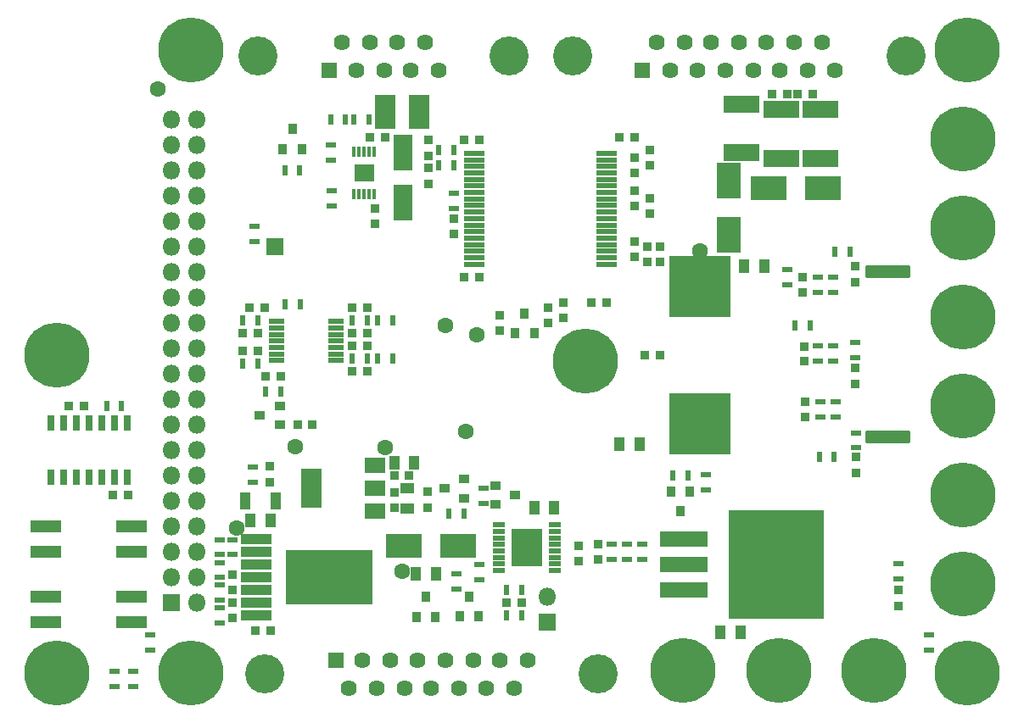
<source format=gts>
G04 #@! TF.FileFunction,Soldermask,Top*
%FSLAX46Y46*%
G04 Gerber Fmt 4.6, Leading zero omitted, Abs format (unit mm)*
G04 Created by KiCad (PCBNEW 4.0.6) date Fri Jul 21 15:59:53 2017*
%MOMM*%
%LPD*%
G01*
G04 APERTURE LIST*
%ADD10C,0.100000*%
%ADD11R,1.100000X1.350000*%
%ADD12R,1.100000X1.700000*%
%ADD13R,0.900000X0.850000*%
%ADD14R,0.850000X0.900000*%
%ADD15R,1.350000X1.100000*%
%ADD16R,0.900000X0.900000*%
%ADD17R,3.600000X2.400000*%
%ADD18R,2.400000X3.600000*%
%ADD19R,0.900000X1.000000*%
%ADD20R,1.900000X3.600000*%
%ADD21R,1.800000X1.800000*%
%ADD22O,1.800000X1.800000*%
%ADD23C,6.500000*%
%ADD24C,0.700000*%
%ADD25R,3.600000X1.700000*%
%ADD26R,4.700000X1.490000*%
%ADD27R,9.500000X10.900000*%
%ADD28R,1.000000X0.900000*%
%ADD29R,1.000000X0.600000*%
%ADD30R,0.600000X1.000000*%
%ADD31R,3.160000X0.990000*%
%ADD32R,8.640000X5.450000*%
%ADD33R,2.100000X0.550000*%
%ADD34R,1.150000X0.550000*%
%ADD35R,1.570000X0.995000*%
%ADD36R,0.700000X1.600000*%
%ADD37R,0.405000X0.990000*%
%ADD38R,1.040000X0.940000*%
%ADD39R,1.550000X0.550000*%
%ADD40R,6.100000X6.100000*%
%ADD41R,2.100000X3.500000*%
%ADD42R,2.100000X3.900000*%
%ADD43R,2.100000X1.600000*%
%ADD44R,3.100000X1.300000*%
%ADD45C,3.910000*%
%ADD46R,1.620000X1.620000*%
%ADD47C,1.620000*%
%ADD48C,1.600000*%
%ADD49C,0.254000*%
G04 APERTURE END LIST*
D10*
D11*
X88281000Y-78994000D03*
X90281000Y-78994000D03*
D12*
X71271000Y-71755000D03*
X74271000Y-71755000D03*
D11*
X86106000Y-67945000D03*
X88106000Y-67945000D03*
D13*
X86106000Y-69215000D03*
X87606000Y-69215000D03*
D11*
X121047000Y-48260000D03*
X123047000Y-48260000D03*
D14*
X86106000Y-70890000D03*
X86106000Y-72390000D03*
D15*
X87376000Y-70485000D03*
X87376000Y-72485000D03*
D11*
X71771000Y-73660000D03*
X73771000Y-73660000D03*
D14*
X69977000Y-80621000D03*
X69977000Y-79121000D03*
X69977000Y-83415000D03*
X69977000Y-81915000D03*
D13*
X72275000Y-84709000D03*
X73775000Y-84709000D03*
D14*
X102997000Y-53455000D03*
X102997000Y-51955000D03*
X101473000Y-53963000D03*
X101473000Y-52463000D03*
X96647000Y-54725000D03*
X96647000Y-53225000D03*
D13*
X93103000Y-49403000D03*
X94603000Y-49403000D03*
D14*
X92075000Y-43573000D03*
X92075000Y-45073000D03*
D13*
X108597000Y-35433000D03*
X110097000Y-35433000D03*
D14*
X111379000Y-46367000D03*
X111379000Y-47867000D03*
X110109000Y-38977000D03*
X110109000Y-37477000D03*
X110109000Y-40779000D03*
X110109000Y-42279000D03*
X110109000Y-45859000D03*
X110109000Y-47359000D03*
D13*
X107303000Y-51943000D03*
X105803000Y-51943000D03*
X93103000Y-35687000D03*
X94603000Y-35687000D03*
D14*
X112649000Y-46367000D03*
X112649000Y-47867000D03*
X111633000Y-41541000D03*
X111633000Y-43041000D03*
X111633000Y-38215000D03*
X111633000Y-36715000D03*
D13*
X126377000Y-31115000D03*
X127877000Y-31115000D03*
X123837000Y-31115000D03*
X125337000Y-31115000D03*
X97306000Y-81915000D03*
X98806000Y-81915000D03*
D11*
X102076000Y-72390000D03*
X100076000Y-72390000D03*
D14*
X104521000Y-77700000D03*
X104521000Y-76200000D03*
D11*
X118650000Y-84836000D03*
X120650000Y-84836000D03*
D13*
X55118000Y-62230000D03*
X53618000Y-62230000D03*
X59551000Y-71120000D03*
X58051000Y-71120000D03*
X76466000Y-64135000D03*
X77966000Y-64135000D03*
D14*
X84201000Y-44045000D03*
X84201000Y-42545000D03*
D13*
X85193000Y-35433000D03*
X83693000Y-35433000D03*
X81927000Y-56261000D03*
X83427000Y-56261000D03*
X81927000Y-54991000D03*
X83427000Y-54991000D03*
X72505000Y-54991000D03*
X71005000Y-54991000D03*
X72505000Y-56769000D03*
X71005000Y-56769000D03*
X81927000Y-58801000D03*
X83427000Y-58801000D03*
X81927000Y-52451000D03*
X83427000Y-52451000D03*
X73152000Y-52451000D03*
X71652000Y-52451000D03*
X74791000Y-59309000D03*
X73291000Y-59309000D03*
D16*
X89535000Y-37249000D03*
X89535000Y-35649000D03*
X89535000Y-38443000D03*
X89535000Y-40043000D03*
D17*
X123505000Y-40513000D03*
X128905000Y-40513000D03*
D18*
X119507000Y-45151000D03*
X119507000Y-39751000D03*
D17*
X92456000Y-76200000D03*
X87056000Y-76200000D03*
D19*
X92649000Y-83280000D03*
X94549000Y-83280000D03*
X93599000Y-81280000D03*
X88331000Y-83312000D03*
X90231000Y-83312000D03*
X89281000Y-81312000D03*
D20*
X86995000Y-36957000D03*
X86995000Y-41957000D03*
D21*
X63881000Y-81915000D03*
D22*
X66421000Y-81915000D03*
X63881000Y-79375000D03*
X66421000Y-79375000D03*
X63881000Y-76835000D03*
X66421000Y-76835000D03*
X63881000Y-74295000D03*
X66421000Y-74295000D03*
X63881000Y-71755000D03*
X66421000Y-71755000D03*
X63881000Y-69215000D03*
X66421000Y-69215000D03*
X63881000Y-66675000D03*
X66421000Y-66675000D03*
X63881000Y-64135000D03*
X66421000Y-64135000D03*
X63881000Y-61595000D03*
X66421000Y-61595000D03*
X63881000Y-59055000D03*
X66421000Y-59055000D03*
X63881000Y-56515000D03*
X66421000Y-56515000D03*
X63881000Y-53975000D03*
X66421000Y-53975000D03*
X63881000Y-51435000D03*
X66421000Y-51435000D03*
X63881000Y-48895000D03*
X66421000Y-48895000D03*
X63881000Y-46355000D03*
X66421000Y-46355000D03*
X63881000Y-43815000D03*
X66421000Y-43815000D03*
X63881000Y-41275000D03*
X66421000Y-41275000D03*
X63881000Y-38735000D03*
X66421000Y-38735000D03*
X63881000Y-36195000D03*
X66421000Y-36195000D03*
X63881000Y-33655000D03*
X66421000Y-33655000D03*
D23*
X133985000Y-88646000D03*
D24*
X136385000Y-88646000D03*
X135682056Y-90343056D03*
X133985000Y-91046000D03*
X132287944Y-90343056D03*
X131585000Y-88646000D03*
X132287944Y-86948944D03*
X133985000Y-86246000D03*
X135682056Y-86948944D03*
D21*
X74168000Y-46355000D03*
D23*
X142875000Y-35560000D03*
D24*
X145275000Y-35560000D03*
X144572056Y-37257056D03*
X142875000Y-37960000D03*
X141177944Y-37257056D03*
X140475000Y-35560000D03*
X141177944Y-33862944D03*
X142875000Y-33160000D03*
X144572056Y-33862944D03*
D23*
X142875000Y-53340000D03*
D24*
X145275000Y-53340000D03*
X144572056Y-55037056D03*
X142875000Y-55740000D03*
X141177944Y-55037056D03*
X140475000Y-53340000D03*
X141177944Y-51642944D03*
X142875000Y-50940000D03*
X144572056Y-51642944D03*
D23*
X142875000Y-71120000D03*
D24*
X145275000Y-71120000D03*
X144572056Y-72817056D03*
X142875000Y-73520000D03*
X141177944Y-72817056D03*
X140475000Y-71120000D03*
X141177944Y-69422944D03*
X142875000Y-68720000D03*
X144572056Y-69422944D03*
D23*
X114935000Y-88646000D03*
D24*
X117335000Y-88646000D03*
X116632056Y-90343056D03*
X114935000Y-91046000D03*
X113237944Y-90343056D03*
X112535000Y-88646000D03*
X113237944Y-86948944D03*
X114935000Y-86246000D03*
X116632056Y-86948944D03*
D23*
X124460000Y-88646000D03*
D24*
X126860000Y-88646000D03*
X126157056Y-90343056D03*
X124460000Y-91046000D03*
X122762944Y-90343056D03*
X122060000Y-88646000D03*
X122762944Y-86948944D03*
X124460000Y-86246000D03*
X126157056Y-86948944D03*
D25*
X120777000Y-36957000D03*
X120777000Y-32077000D03*
X124714000Y-37492000D03*
X124714000Y-32612000D03*
X128651000Y-37492000D03*
X128651000Y-32612000D03*
D21*
X101346000Y-83820000D03*
D22*
X101346000Y-81280000D03*
D26*
X115046000Y-78105000D03*
D27*
X124206000Y-78105000D03*
D26*
X115046000Y-80645000D03*
X115046000Y-75565000D03*
D19*
X115631000Y-70755000D03*
X113731000Y-70755000D03*
X114681000Y-72755000D03*
X74996000Y-36560000D03*
X76896000Y-36560000D03*
X75946000Y-34560000D03*
D28*
X93091000Y-71435000D03*
X93091000Y-69535000D03*
X91091000Y-70485000D03*
X96171000Y-70170000D03*
X96171000Y-72070000D03*
X98171000Y-71120000D03*
D29*
X110871000Y-77585000D03*
X110871000Y-76085000D03*
X117221000Y-70600000D03*
X117221000Y-69100000D03*
D30*
X115431000Y-69215000D03*
X113931000Y-69215000D03*
D29*
X109347000Y-77585000D03*
X109347000Y-76085000D03*
X107823000Y-76085000D03*
X107823000Y-77585000D03*
X130175000Y-63361000D03*
X130175000Y-61861000D03*
X128651000Y-61861000D03*
X128651000Y-63361000D03*
X129921000Y-56273000D03*
X129921000Y-57773000D03*
X128397000Y-57773000D03*
X128397000Y-56273000D03*
X72136000Y-44335000D03*
X72136000Y-45835000D03*
D30*
X76696000Y-38735000D03*
X75196000Y-38735000D03*
D29*
X68707000Y-75589000D03*
X68707000Y-77089000D03*
X68707000Y-77875000D03*
X68707000Y-79375000D03*
X69977000Y-77089000D03*
X69977000Y-75589000D03*
X68707000Y-83923000D03*
X68707000Y-82423000D03*
X68707000Y-81637000D03*
X68707000Y-80137000D03*
D30*
X92051000Y-36703000D03*
X90551000Y-36703000D03*
X92063000Y-38227000D03*
X90563000Y-38227000D03*
D29*
X92075000Y-41033000D03*
X92075000Y-42533000D03*
D30*
X91591000Y-73025000D03*
X93091000Y-73025000D03*
D29*
X94996000Y-71985000D03*
X94996000Y-70485000D03*
D30*
X98806000Y-83185000D03*
X97306000Y-83185000D03*
D29*
X94615000Y-79605000D03*
X94615000Y-78105000D03*
D30*
X97306000Y-80645000D03*
X98806000Y-80645000D03*
X58916000Y-62230000D03*
X57416000Y-62230000D03*
D29*
X125349000Y-48653000D03*
X125349000Y-50153000D03*
D30*
X127623000Y-54229000D03*
X126123000Y-54229000D03*
X130036000Y-67310000D03*
X128536000Y-67310000D03*
D29*
X79883000Y-42267000D03*
X79883000Y-40767000D03*
D30*
X79756000Y-33655000D03*
X81256000Y-33655000D03*
D29*
X79756000Y-36195000D03*
X79756000Y-37695000D03*
D30*
X83566000Y-33655000D03*
X82066000Y-33655000D03*
X84467000Y-57531000D03*
X85967000Y-57531000D03*
X84467000Y-53721000D03*
X85967000Y-53721000D03*
X75208000Y-52070000D03*
X76708000Y-52070000D03*
X73291000Y-60833000D03*
X74791000Y-60833000D03*
X81927000Y-57531000D03*
X83427000Y-57531000D03*
X81927000Y-53721000D03*
X83427000Y-53721000D03*
X72505000Y-53721000D03*
X71005000Y-53721000D03*
X72505000Y-58039000D03*
X71005000Y-58039000D03*
D31*
X72324000Y-75565000D03*
X72324000Y-76835000D03*
X72324000Y-78105000D03*
X72324000Y-79375000D03*
X72324000Y-80645000D03*
X72324000Y-83185000D03*
X72324000Y-81915000D03*
D32*
X79629000Y-79375000D03*
D19*
X98171000Y-54991000D03*
X100071000Y-54991000D03*
X99121000Y-52991000D03*
D33*
X94111000Y-37020000D03*
X107311000Y-37020000D03*
X94111000Y-37670000D03*
X94111000Y-38320000D03*
X94111000Y-38970000D03*
X94111000Y-39620000D03*
X94111000Y-40270000D03*
X94111000Y-40920000D03*
X94111000Y-41570000D03*
X94111000Y-42220000D03*
X94111000Y-42870000D03*
X94111000Y-43520000D03*
X94111000Y-44170000D03*
X94111000Y-44820000D03*
X94111000Y-45470000D03*
X94111000Y-46120000D03*
X94111000Y-46770000D03*
X94111000Y-47420000D03*
X94111000Y-48070000D03*
X107311000Y-48070000D03*
X107311000Y-47420000D03*
X107311000Y-46770000D03*
X107311000Y-46120000D03*
X107311000Y-45470000D03*
X107311000Y-44820000D03*
X107311000Y-44170000D03*
X107311000Y-43520000D03*
X107311000Y-42870000D03*
X107311000Y-42220000D03*
X107311000Y-41570000D03*
X107311000Y-40920000D03*
X107311000Y-40270000D03*
X107311000Y-39620000D03*
X107311000Y-38970000D03*
X107311000Y-38320000D03*
X107311000Y-37670000D03*
D34*
X96566000Y-74112500D03*
X96566000Y-74762500D03*
X96566000Y-75412500D03*
X96566000Y-76062500D03*
X96566000Y-76712500D03*
X96566000Y-77362500D03*
X96566000Y-78012500D03*
X96566000Y-78662500D03*
X102116000Y-78662500D03*
X102116000Y-78012500D03*
X102116000Y-77362500D03*
X102116000Y-76712500D03*
X102116000Y-76062500D03*
X102116000Y-75412500D03*
X102116000Y-74762500D03*
X102116000Y-74112500D03*
D35*
X100076000Y-77730000D03*
X100076000Y-76835000D03*
X100076000Y-75940000D03*
X100076000Y-75045000D03*
X98606000Y-77730000D03*
X98606000Y-76835000D03*
X98606000Y-75940000D03*
X98606000Y-75045000D03*
D36*
X59436000Y-63975000D03*
X58166000Y-63975000D03*
X56896000Y-63975000D03*
X55626000Y-63975000D03*
X54356000Y-63975000D03*
X53086000Y-63975000D03*
X51816000Y-63975000D03*
X51816000Y-69375000D03*
X53086000Y-69375000D03*
X54356000Y-69375000D03*
X55626000Y-69375000D03*
X56896000Y-69375000D03*
X58166000Y-69375000D03*
X59436000Y-69375000D03*
D28*
X74676000Y-64130000D03*
X74676000Y-62230000D03*
X72676000Y-63180000D03*
D37*
X82096000Y-41055000D03*
X82596000Y-41055000D03*
X83096000Y-41055000D03*
X83596000Y-41055000D03*
X84096000Y-41055000D03*
X84096000Y-36845000D03*
X83596000Y-36845000D03*
X83096000Y-36845000D03*
X82596000Y-36845000D03*
X82096000Y-36845000D03*
D38*
X83566000Y-38530000D03*
X82626000Y-38530000D03*
X83566000Y-39370000D03*
X82626000Y-39370000D03*
D39*
X80293000Y-57703000D03*
X80293000Y-57053000D03*
X80293000Y-56403000D03*
X80293000Y-55753000D03*
X80293000Y-55103000D03*
X80293000Y-54453000D03*
X80293000Y-53803000D03*
X74393000Y-53803000D03*
X74393000Y-54453000D03*
X74393000Y-55103000D03*
X74393000Y-55753000D03*
X74393000Y-56403000D03*
X74393000Y-57053000D03*
X74393000Y-57703000D03*
D11*
X110601000Y-66040000D03*
X108601000Y-66040000D03*
D40*
X116586000Y-64000000D03*
X116586000Y-50300000D03*
D41*
X85217000Y-32893000D03*
X88617000Y-32893000D03*
D29*
X129921000Y-49415000D03*
X129921000Y-50915000D03*
X128397000Y-50915000D03*
X128397000Y-49415000D03*
D42*
X77876000Y-70485000D03*
D43*
X84176000Y-70485000D03*
X84176000Y-68185000D03*
X84176000Y-72785000D03*
D23*
X65786000Y-88940000D03*
X65786000Y-26710000D03*
X143256000Y-88900000D03*
X143256000Y-26670000D03*
X52451000Y-57150000D03*
X105156000Y-57785000D03*
D29*
X60071000Y-90285000D03*
X60071000Y-88785000D03*
X139446000Y-86602000D03*
X139446000Y-85102000D03*
D44*
X59876000Y-83820000D03*
X59876000Y-81280000D03*
X51376000Y-81280000D03*
X51376000Y-83820000D03*
X59876000Y-76835000D03*
X59876000Y-74295000D03*
X51376000Y-74295000D03*
X51376000Y-76835000D03*
D29*
X61722000Y-85114000D03*
X61722000Y-86614000D03*
D23*
X52451000Y-88900000D03*
D29*
X58166000Y-90285000D03*
X58166000Y-88785000D03*
X92329000Y-79006000D03*
X92329000Y-80506000D03*
D45*
X73149000Y-89034000D03*
X106419000Y-89034000D03*
D46*
X80259000Y-87634000D03*
D47*
X82929000Y-87634000D03*
X85719000Y-87634000D03*
X88389000Y-87634000D03*
X91179000Y-87634000D03*
X93979000Y-87634000D03*
X96639000Y-87634000D03*
X99439000Y-87634000D03*
X81529000Y-90424000D03*
X84319000Y-90424000D03*
X87119000Y-90424000D03*
X89789000Y-90424000D03*
X92579000Y-90424000D03*
X95249000Y-90424000D03*
X98039000Y-90424000D03*
D45*
X97536000Y-27305000D03*
X72516000Y-27305000D03*
D46*
X79626000Y-28705000D03*
D47*
X82296000Y-28705000D03*
X85086000Y-28705000D03*
X87756000Y-28705000D03*
X90546000Y-28705000D03*
X80896000Y-25915000D03*
X83686000Y-25915000D03*
X86356000Y-25915000D03*
X89156000Y-25915000D03*
D45*
X137158000Y-27298000D03*
X103888000Y-27298000D03*
D46*
X110868000Y-28698000D03*
D47*
X113658000Y-28698000D03*
X116328000Y-28698000D03*
X119128000Y-28698000D03*
X121918000Y-28698000D03*
X124588000Y-28698000D03*
X127378000Y-28698000D03*
X130048000Y-28698000D03*
X112268000Y-25908000D03*
X115058000Y-25908000D03*
X117728000Y-25908000D03*
X120518000Y-25908000D03*
X123188000Y-25908000D03*
X125978000Y-25908000D03*
X128778000Y-25908000D03*
D23*
X142875000Y-44450000D03*
D24*
X145275000Y-44450000D03*
X144572056Y-46147056D03*
X142875000Y-46850000D03*
X141177944Y-46147056D03*
X140475000Y-44450000D03*
X141177944Y-42752944D03*
X142875000Y-42050000D03*
X144572056Y-42752944D03*
D23*
X142875000Y-62230000D03*
D24*
X145275000Y-62230000D03*
X144572056Y-63927056D03*
X142875000Y-64630000D03*
X141177944Y-63927056D03*
X140475000Y-62230000D03*
X141177944Y-60532944D03*
X142875000Y-59830000D03*
X144572056Y-60532944D03*
D23*
X142875000Y-80010000D03*
D24*
X145275000Y-80010000D03*
X144572056Y-81707056D03*
X142875000Y-82410000D03*
X141177944Y-81707056D03*
X140475000Y-80010000D03*
X141177944Y-78312944D03*
X142875000Y-77610000D03*
X144572056Y-78312944D03*
D14*
X106426000Y-76073000D03*
X106426000Y-77573000D03*
X127127000Y-61849000D03*
X127127000Y-63349000D03*
X127000000Y-57785000D03*
X127000000Y-56285000D03*
X126873000Y-50915000D03*
X126873000Y-49415000D03*
D13*
X112625000Y-57150000D03*
X111125000Y-57150000D03*
D16*
X73660000Y-68250000D03*
X73660000Y-69850000D03*
X89408000Y-70790000D03*
X89408000Y-72390000D03*
X136398000Y-80645000D03*
X136398000Y-82245000D03*
X132080000Y-48311000D03*
X132080000Y-49911000D03*
X132080000Y-58420000D03*
X132080000Y-60020000D03*
X132207000Y-67361000D03*
X132207000Y-68961000D03*
D29*
X72009000Y-68350000D03*
X72009000Y-69850000D03*
X136398000Y-79502000D03*
X136398000Y-78002000D03*
D30*
X131572000Y-46863000D03*
X130072000Y-46863000D03*
D29*
X132080000Y-57380000D03*
X132080000Y-55880000D03*
X132207000Y-66421000D03*
X132207000Y-64921000D03*
D48*
X70358000Y-74422000D03*
X86868000Y-78740000D03*
X85217000Y-66421000D03*
X76200000Y-66294000D03*
X91186000Y-54229000D03*
X62484000Y-30607000D03*
X94361000Y-55118000D03*
X93218000Y-64770000D03*
X116586000Y-46736000D03*
D49*
G36*
X137414000Y-49276000D02*
X133223000Y-49276000D01*
X133223000Y-48260000D01*
X137414000Y-48260000D01*
X137414000Y-49276000D01*
X137414000Y-49276000D01*
G37*
X137414000Y-49276000D02*
X133223000Y-49276000D01*
X133223000Y-48260000D01*
X137414000Y-48260000D01*
X137414000Y-49276000D01*
G36*
X137414000Y-65786000D02*
X133223000Y-65786000D01*
X133223000Y-64770000D01*
X137414000Y-64770000D01*
X137414000Y-65786000D01*
X137414000Y-65786000D01*
G37*
X137414000Y-65786000D02*
X133223000Y-65786000D01*
X133223000Y-64770000D01*
X137414000Y-64770000D01*
X137414000Y-65786000D01*
M02*

</source>
